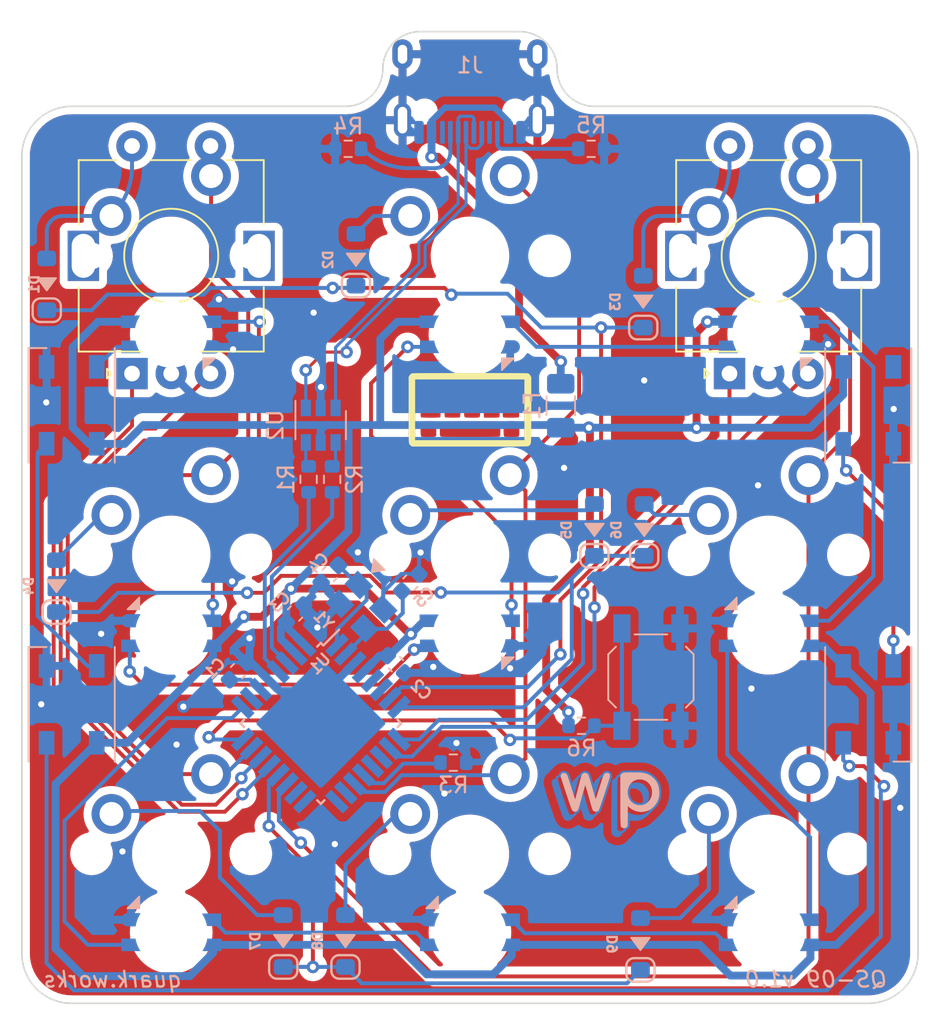
<source format=kicad_pcb>
(kicad_pcb (version 20211014) (generator pcbnew)
  (layers (0 "F.Cu" signal) (31 "B.Cu" signal) (34 "B.Paste" user) (35 "F.Paste" user) (36 "B.SilkS" user "B.Silkscreen") (37 "F.SilkS" user "F.Silkscreen") (38 "B.Mask" user) (39 "F.Mask" user) (44 "Edge.Cuts" user))
  (net 0 "")
  (net 1 "Net-(C1-Pad1)")
  (net 2 "GND")
  (net 3 "+5V")
  (net 4 "ENC_1")
  (net 5 "ROW0")
  (net 6 "Net-(D2-Pad2)")
  (net 7 "ENC_2")
  (net 8 "Net-(D4-Pad2)")
  (net 9 "ROW1")
  (net 10 "Net-(D5-Pad2)")
  (net 11 "Net-(D6-Pad2)")
  (net 12 "Net-(D7-Pad2)")
  (net 13 "ROW2")
  (net 14 "Net-(D8-Pad2)")
  (net 15 "Net-(D9-Pad2)")
  (net 16 "RGB")
  (net 17 "Net-(D11-Pad2)")
  (net 18 "Net-(D11-Pad4)")
  (net 19 "Net-(D16-Pad2)")
  (net 20 "Net-(D17-Pad2)")
  (net 21 "UNDERGLOW")
  (net 22 "Net-(D21-Pad2)")
  (net 23 "Net-(J1-PadA5)")
  (net 24 "D+")
  (net 25 "D-")
  (net 27 "Net-(J1-PadB5)")
  (net 29 "Net-(R1-Pad2)")
  (net 30 "Net-(R2-Pad1)")
  (net 31 "COL0")
  (net 32 "COL1")
  (net 33 "COL2")
  (net 34 "XTAL1")
  (net 35 "XTAL2")
  (net 44 "RESET")
  (net 46 "Net-(F1-Pad1)")
  (net 47 "UD-")
  (net 48 "UD+")
  (net 49 "ENCA1")
  (net 50 "ENCB1")
  (net 51 "ENCA2")
  (net 52 "ENCB2")
  (net 53 "Net-(D12-Pad4)")
  (net 54 "Net-(D10-Pad4)")
  (net 55 "Net-(D13-Pad4)")
  (net 56 "Net-(D15-Pad4)")
  (net 57 "Net-(D19-Pad2)")
  (net 58 "Net-(D19-Pad4)")
  (net 60 "Net-(R3-Pad1)")
  (footprint "Rotary_Encoder:RotaryEncoder_Alps_EC11E-Switch_Vertical_H20mm" (layer "F.Cu") (at 134.81875 32.9 90)
    (fp_text reference "SW5" hide)
    (fp_text value "Encoder" hide)
  )
  (footprint "Rotary_Encoder:RotaryEncoder_Alps_EC11E-Switch_Vertical_H20mm" (layer "F.Cu") (at 96.71875 32.9 90)
    (fp_text reference "SW1" hide)
    (fp_text value "Encoder" hide)
  )
  (footprint "quark-works:iso" (layer "F.Cu") (at 118.257682 35.241667)
    (fp_text reference "Ref**" hide)
    (fp_text value "Val**" hide)
  )
  (footprint "Capacitor_SMD:C_0603_1608Metric" (layer "B.Cu") (at 114.47 46.22 -135)
    (fp_text reference "C5")
    (fp_text value "22p")
  )
  (footprint "acheron_MX_SolderMask:MX100" (layer "B.Cu") (at 118.26875 25.4 180)
    (fp_text reference "SW3")
    (fp_text value "MXSwitch")
  )
  (footprint "acheron_MX_SolderMask:MX100" (layer "B.Cu") (at 118.26875 63.5 180)
    (fp_text reference "SW10")
    (fp_text value "MXSwitch")
  )
  (footprint "acheron_Components:D_SOD-123" (layer "B.Cu") (at 129.32 28.32 90)
    (fp_text reference "D3")
    (fp_text value "D_Small")
  )
  (footprint "LED_SMD:LED_WS2812B_PLCC4_5.0x5.0mm_P3.2mm" (layer "B.Cu") (at 92.86875 34.925 90)
    (fp_text reference "D21" hide)
    (fp_text value "WS2812B" hide)
  )
  (footprint "LED_SMD:LED_WS2812B_PLCC4_5.0x5.0mm_P3.2mm" (layer "B.Cu") (at 143.66875 53.975 -90)
    (fp_text reference "D19" hide)
    (fp_text value "WS2812B" hide)
  )
  (footprint "acheron_Components:SK6812MINI_3535_6028_3.2x2.8mm_Round" (layer "B.Cu") (at 118.26875 68.5 180)
    (fp_text reference "D17" hide)
    (fp_text value "SK6812MINI-E" hide)
  )
  (footprint "acheron_Components:D_SOD-123" (layer "B.Cu") (at 110.33125 69.05625 90)
    (fp_text reference "D8")
    (fp_text value "D_Small")
  )
  (footprint "LED_SMD:LED_WS2812B_PLCC4_5.0x5.0mm_P3.2mm" (layer "B.Cu") (at 143.66875 34.925 -90)
    (fp_text reference "D20" hide)
    (fp_text value "WS2812B" hide)
  )
  (footprint "Resistor_SMD:R_0603_1608Metric" (layer "B.Cu") (at 107.98 39.64 -90)
    (fp_text reference "R1")
    (fp_text value "22")
  )
  (footprint "acheron_Components:SK6812MINI_3535_6028_3.2x2.8mm_Round" (layer "B.Cu") (at 137.31875 49.45 180)
    (fp_text reference "D15" hide)
    (fp_text value "SK6812MINI-E" hide)
  )
  (footprint "acheron_Components:SK6812MINI_3535_6028_3.2x2.8mm_Round" (layer "B.Cu") (at 137.31875 30.4)
    (fp_text reference "D12" hide)
    (fp_text value "SK6812MINI-E" hide)
  )
  (footprint "acheron_MX_SolderMask:MX100" (layer "B.Cu") (at 99.21875 44.45 180)
    (fp_text reference "SW6")
    (fp_text value "MXSwitch")
  )
  (footprint "Resistor_SMD:R_0603_1608Metric" (layer "B.Cu") (at 117.21 57.69)
    (fp_text reference "R3")
    (fp_text value "10k")
  )
  (footprint "acheron_Components:D_SOD-123" (layer "B.Cu") (at 111 25.65 90)
    (fp_text reference "D2")
    (fp_text value "D_Small")
  )
  (footprint "acheron_Connectors:TYPE-C-31-M-12" (layer "B.Cu") (at 118.26875 18.25625)
    (fp_text reference "J1")
    (fp_text value "TYPE-C-31-M12_13")
  )
  (footprint "Package_QFP:TQFP-32_7x7mm_P0.8mm" (layer "B.Cu") (at 108.76 55.19 -135)
    (fp_text reference "U1")
    (fp_text value "ATmega16U2-AU")
  )
  (footprint "acheron_Components:SK6812MINI_3535_6028_3.2x2.8mm_Round" (layer "B.Cu") (at 99.21875 30.4)
    (fp_text reference "D10" hide)
    (fp_text value "SK6812MINI-E" hide)
  )
  (footprint "acheron_Components:SK6812MINI_3535_6028_3.2x2.8mm_Round" (layer "B.Cu") (at 118.26875 30.4)
    (fp_text reference "D11" hide)
    (fp_text value "SK6812MINI-E" hide)
  )
  (footprint "Resistor_SMD:R_0603_1608Metric" (layer "B.Cu") (at 109.48 39.64 90)
    (fp_text reference "R2")
    (fp_text value "22")
  )
  (footprint "Button_Switch_SMD:SW_SPST_SKQG_WithStem" (layer "B.Cu") (at 129.81 52.24 90)
    (fp_text reference "SW12" hide)
    (fp_text value "SW_Push")
  )
  (footprint "acheron_Components:SK6812MINI_3535_6028_3.2x2.8mm_Round" (layer "B.Cu") (at 99.21875 68.5 180)
    (fp_text reference "D16" hide)
    (fp_text value "SK6812MINI-E" hide)
  )
  (footprint "acheron_Components:D_SOD-123" (layer "B.Cu") (at 106.3625 69.05625 90)
    (fp_text reference "D7")
    (fp_text value "D_Small")
  )
  (footprint "Resistor_SMD:R_0603_1608Metric" (layer "B.Cu") (at 110.5 18.58077 180)
    (fp_text reference "R4")
    (fp_text value "5.1k")
  )
  (footprint "acheron_MX_SolderMask:MX100" (layer "B.Cu") (at 118.26875 44.45 180)
    (fp_text reference "SW7")
    (fp_text value "MXSwitch")
  )
  (footprint "Capacitor_SMD:C_0603_1608Metric" (layer "B.Cu") (at 109.33 45.66 -135)
    (fp_text reference "C4")
    (fp_text value "22p")
  )
  (footprint "LED_SMD:LED_WS2812B_PLCC4_5.0x5.0mm_P3.2mm" (layer "B.Cu") (at 92.86875 53.975 90)
    (fp_text reference "D22" hide)
    (fp_text value "WS2812B" hide)
  )
  (footprint "qw new logo:qw-logo-small" (layer "B.Cu") (at 127 60.325 180)
    (fp_text reference "Ref**" hide)
    (fp_text value "Val**" hide)
  )
  (footprint "acheron_Components:D_SOD-123" (layer "B.Cu") (at 129.14 69.245 90)
    (fp_text reference "D9")
    (fp_text value "D_Small")
  )
  (footprint "acheron_Components:D_SOD-123" (layer "B.Cu") (at 129.38125 42.8625 90)
    (fp_text reference "D6")
    (fp_text value "D_Small")
  )
  (footprint "acheron_MX_SolderMask:MX100" (layer "B.Cu") (at 137.31875 63.5 180)
    (fp_text reference "SW11")
    (fp_text value "MXSwitch")
  )
  (footprint "acheron_MX_SolderMask:MX100" (layer "B.Cu") (at 137.31875 25.4 180)
    (fp_text reference "SW4")
    (fp_text value "MXSwitch")
  )
  (footprint "Package_TO_SOT_SMD:SOT-23-6" (layer "B.Cu") (at 108.75 36.19 -90)
    (fp_text reference "U2")
    (fp_text value "USBLC6-2SC6")
  )
  (footprint "acheron_Components:D_SOD-123" (layer "B.Cu") (at 91.9 46.445 90)
    (fp_text reference "D4")
    (fp_text value "D_Small")
  )
  (footprint "Capacitor_SMD:C_0603_1608Metric" (layer "B.Cu") (at 113.55 51.42 -45)
    (fp_text reference "C2")
    (fp_text value ".1u")
  )
  (footprint "acheron_MX_SolderMask:MX100" (layer "B.Cu") (at 137.31875 44.45 180)
    (fp_text reference "SW8")
    (fp_text value "MXSwitch")
  )
  (footprint "acheron_Components:SK6812MINI_3535_6028_3.2x2.8mm_Round" (layer "B.Cu") (at 137.31875 68.5 180)
    (fp_text reference "D18" hide)
    (fp_text value "SK6812MINI-E" hide)
  )
  (footprint "acheron_Components:SK6812MINI_3535_6028_3.2x2.8mm_Round" (layer "B.Cu") (at 118.26875 49.45)
    (fp_text reference "D14" hide)
    (fp_text value "SK6812MINI-E" hide)
  )
  (footprint "Capacitor_SMD:C_0603_1608Metric" (layer "B.Cu") (at 107.11 48.19 45)
    (fp_text reference "C3")
    (fp_text value "10u")
  )
  (footprint "Resistor_SMD:R_0603_1608Metric" (layer "B.Cu") (at 125.38 55.34)
    (fp_text reference "R6")
    (fp_text value "10k")
  )
  (footprint "acheron_Components:D_SOD-123" (layer "B.Cu") (at 91.28125 27.215 90)
    (fp_text reference "D1")
    (fp_text value "D_Small")
  )
  (footprint "Resistor_SMD:R_0603_1608Metric" (layer "B.Cu") (at 126 18.58077)
    (fp_text reference "R5")
    (fp_text value "5.1k")
  )
  (footprint "acheron_MX_SolderMask:MX100" (layer "B.Cu") (at 99.21875 63.5 180)
    (fp_text reference "SW9")
    (fp_text value "MXSwitch")
  )
  (footprint "acheron_Components:SK6812MINI_3535_6028_3.2x2.8mm_Round" (layer "B.Cu") (at 99.21875 49.45 180)
    (fp_text reference "D13" hide)
    (fp_text value "SK6812MINI-E" hide)
  )
  (footprint "acheron_Components:Crystal_SMD_3225-4Pin_3.2x2.5mm" (layer "B.Cu") (at 111.36 47.75 -45)
    (fp_text reference "Y1")
    (fp_text value "16 MHz")
  )
  (footprint "Fuse:Fuse_1206_3216Metric" (layer "B.Cu") (at 124.06 34.95 -90)
    (fp_text reference "F1")
    (fp_text value "Fuse_Small")
  )
  (footprint "acheron_MX_SolderMask:MX100" (layer "B.Cu") (at 99.21875 25.4 180)
    (fp_text reference "SW2")
    (fp_text value "MXSwitch")
  )
  (footprint "acheron_Components:D_SOD-123" (layer "B.Cu") (at 126.20625 42.8625 90)
    (fp_text reference "D5")
    (fp_text value "D_Small")
  )
  (footprint "Capacitor_SMD:C_0603_1608Metric" (layer "B.Cu") (at 103.48 51.86 45)
    (fp_text reference "C1")
    (fp_text value "1u")
  )
  (gr_arc (start 89.69375 19.05) (mid 90.623686 16.804936) (end 92.86875 15.875) (layer "Edge.Cuts") (width 0.1))
  (gr_arc (start 143.66875 15.875) (mid 145.913814 16.804936) (end 146.84375 19.05) (layer "Edge.Cuts") (width 0.1))
  (gr_arc (start 121.44375 11.1125) (mid 123.127548 11.809952) (end 123.825 13.49375) (layer "Edge.Cuts") (width 0.1))
  (gr_arc (start 112.7125 13.49375) (mid 113.409952 11.809952) (end 115.09375 11.1125) (layer "Edge.Cuts") (width 0.1))
  (gr_line (start 89.69375 19.05) (end 89.69375 69.85) (layer "Edge.Cuts") (width 0.1))
  (gr_arc (start 126.20625 15.875) (mid 124.522452 15.177548) (end 123.825 13.49375) (layer "Edge.Cuts") (width 0.1))
  (gr_line (start 121.44375 11.1125) (end 115.09375 11.1125) (layer "Edge.Cuts") (width 0.1))
  (gr_line (start 146.84375 69.85) (end 146.84375 19.05) (layer "Edge.Cuts") (width 0.1))
  (gr_arc (start 112.7125 13.49375) (mid 112.015048 15.177548) (end 110.33125 15.875) (layer "Edge.Cuts") (width 0.1))
  (gr_arc (start 92.86875 73.025) (mid 90.623686 72.095064) (end 89.69375 69.85) (layer "Edge.Cuts") (width 0.1))
  (gr_arc (start 146.84375 69.85) (mid 145.913814 72.095064) (end 143.66875 73.025) (layer "Edge.Cuts") (width 0.1))
  (gr_line (start 126.20625 15.875) (end 143.66875 15.875) (layer "Edge.Cuts") (width 0.1))
  (gr_line (start 92.86875 73.025) (end 143.66875 73.025) (layer "Edge.Cuts") (width 0.1))
  (gr_line (start 92.86875 15.875) (end 110.33125 15.875) (layer "Edge.Cuts") (width 0.1))
  (gr_text "QS-09 v1.0" (at 145 71.5) (layer "B.SilkS") (effects (font (size 1 1) (thickness 0.15) italic) (justify left mirror)))
  (gr_text "quark.works" (at 95.5 71.5) (layer "B.SilkS") (effects (font (size 1 1) (thickness 0.15) italic) (justify mirror)))
  (segment (start 102.931992 52.408008) (end 104.280952 52.408008) (width 0.25) (layer "B.Cu") (net 1))
  (segment (start 104.280952 52.408008) (end 104.906268 53.033324) (width 0.25) (layer "B.Cu") (net 1))
  (segment (start 108.54 49.08) (end 107.86 49.76) (width 0.5) (layer "F.Cu") (net 2))
  (segment (start 107.86 49.76) (end 104.21 49.76) (width 0.5) (layer "F.Cu") (net 2))
  (segment (start 102.26 28.17) (end 103.1655 29.0755) (width 0.5) (layer "F.Cu") (net 2))
  (segment (start 103.1655 29.0755) (end 103.1655 31.36) (width 0.5) (layer "F.Cu") (net 2))
  (via (at 103.1 46.14) (size 0.8) (drill 0.4) (layers "F.Cu" "B.Cu") (net 2))
  (via (at 115.12 44.3) (size 0.8) (drill 0.4) (layers "F.Cu" "B.Cu") (net 2))
  (via (at 108.77 33.76) (size 0.8) (drill 0.4) (layers "F.Cu" "B.Cu") (net 2))
  (via (at 109.65 62.88) (size 0.8) (drill 0.4) (layers "F.Cu" "B.Cu") (net 2))
  (via (at 116.64 59.66) (size 0.8) (drill 0.4) (layers "F.Cu" "B.Cu") (net 2))
  (via (at 136.64 40.02) (size 0.8) (drill 0.4) (layers "F.Cu" "B.Cu") (net 2))
  (via (at 102.26 28.17) (size 0.8) (drill 0.4) (layers "F.Cu" "B.Cu") (net 2))
  (via (at 96.11 63.35) (size 0.8) (drill 0.4) (layers "F.Cu" "B.Cu") (net 2))
  (via (at 108.3 29.02) (size 0.8) (drill 0.4) (layers "F.Cu" "B.Cu") (net 2))
  (via (at 145.29 35.16) (size 0.8) (drill 0.4) (layers "F.Cu" "B.Cu") (net 2))
  (via (at 91.25 34.74) (size 0.8) (drill 0.4) (layers "F.Cu" "B.Cu") (net 2))
  (via (at 136.22 52.97) (size 0.8) (drill 0.4) (layers "F.Cu" "B.Cu") (net 2))
  (via (at 99.99 54.1255) (size 0.8) (drill 0.4) (layers "F.Cu" "B.Cu") (net 2))
  (via (at 124.27 38.91) (size 0.8) (drill 0.4) (layers "F.Cu" "B.Cu") (net 2))
  (via (at 141.11 31.03) (size 0.8) (drill 0.4) (layers "F.Cu" "B.Cu") (net 2))
  (via (at 90.93 53.97) (size 0.8) (drill 0.4) (layers "F.Cu" "B.Cu") (net 2))
  (via (at 145.71 60.57) (size 0.8) (drill 0.4) (layers "F.Cu" "B.Cu") (net 2))
  (via (at 108.54 49.08) (size 0.8) (drill 0.4) (layers "F.Cu" "B.Cu") (net 2))
  (via (at 117.41 56.44) (size 0.8) (drill 0.4) (layers "F.Cu" "B.Cu") (net 2))
  (via (at 104.21 49.76) (size 0.8) (drill 0.4) (layers "F.Cu" "B.Cu") (net 2))
  (via (at 120.83 51.68) (size 0.8) (drill 0.4) (layers "F.Cu" "B.Cu") (net 2))
  (via (at 111.12 44.29) (size 0.8) (drill 0.4) (layers "F.Cu" "B.Cu") (net 2))
  (via (at 99.56 56.54) (size 0.8) (drill 0.4) (layers "F.Cu" "B.Cu") (net 2))
  (via (at 103.1655 31.36) (size 0.8) (drill 0.4) (layers "F.Cu" "B.Cu") (net 2))
  (via (at 115.93 51.59) (size 0.8) (drill 0.4) (layers "F.Cu" "B.Cu") (net 2))
  (via (at 129.38125 33.3375) (size 0.8) (drill 0.4) (layers "F.Cu" "B.Cu") (net 2))
  (via (at 94.75 49.48) (size 0.8) (drill 0.4) (layers "F.Cu" "B.Cu") (net 2))
  (segment (start 122.29375 16.75625) (end 121.51875 17.53125) (width 0.25) (layer "B.Cu") (net 2))
  (segment (start 104.316306 51.311992) (end 104.028008 51.311992) (width 0.25) (layer "B.Cu") (net 2))
  (segment (start 113.887316 45.671992) (end 115.018008 45.671992) (width 0.25) (layer "B.Cu") (net 2))
  (segment (start 115.93 51.59) (end 115.551992 51.968008) (width 0.5) (layer "B.Cu") (net 2))
  (segment (start 106.134314 53.13) (end 109.122944 53.13) (width 0.5) (layer "B.Cu") (net 2))
  (segment (start 108.75 35.09) (end 108.75 33.78) (width 0.5) (layer "B.Cu") (net 2))
  (segment (start 118.035 57.065) (end 117.41 56.44) (width 0.5) (layer "B.Cu") (net 2))
  (segment (start 145.26875 35.18125) (end 145.29 35.16) (width 0.5) (layer "B.Cu") (net 2))
  (segment (start 104.21 51.205686) (end 104.21 49.76) (width 0.5) (layer "B.Cu") (net 2))
  (segment (start 122.56875 16.75625) (end 122.29375 16.75625) (width 0.25) (layer "B.Cu") (net 2))
  (segment (start 140.94 31.2) (end 141.11 31.03) (width 0.5) (layer "B.Cu") (net 2))
  (segment (start 91.26875 53.63125) (end 90.93 53.97) (width 0.5) (layer "B.Cu") (net 2))
  (segment (start 118.035 57.69) (end 118.035 57.065) (width 0.5) (layer "B.Cu") (net 2))
  (segment (start 104.607157 51.602843) (end 104.21 51.205686) (width 0.5) (layer "B.Cu") (net 2))
  (segment (start 115.018008 44.401992) (end 115.12 44.3) (width 0.25) (layer "B.Cu") (net 2))
  (segment (start 115.01875 17.53125) (end 114.74375 17.53125) (width 0.25) (layer "B.Cu") (net 2))
  (segment (start 122.56875 12.55625) (end 122.56875 17.47875) (width 0.25) (layer "B.Cu") (net 2))
  (segment (start 115.018008 45.671992) (end 115.018008 44.401992) (width 0.25) (layer "B.Cu") (net 2))
  (segment (start 107.658008 48.198008) (end 108.54 49.08) (width 0.5) (layer "B.Cu") (net 2))
  (segment (start 105.471953 52.467639) (end 104.607157 51.602843) (width 0.5) (layer "B.Cu") (net 2))
  (segment (start 91.26875 34.72125) (end 91.25 34.74) (width 0.5) (layer "B.Cu") (net 2))
  (segment (start 95.58 48.65) (end 94.75 49.48) (width 0.5) (layer "B.Cu") (net 2))
  (segment (start 91.26875 51.525) (end 91.26875 53.63125) (width 0.5) (layer "B.Cu") (net 2))
  (segment (start 115.551992 51.968008) (end 114.098008 51.968008) (width 0.5) (layer "B.Cu") (net 2))
  (segment (start 107.658008 47.641992) (end 107.658008 48.198008) (width 0.5) (layer "B.Cu") (net 2))
  (segment (start 112.738858 47.028858) (end 112.738858 45.908858) (width 0.25) (layer "B.Cu") (net 2))
  (segment (start 101.78415 31.2) (end 103.0055 31.2) (width 0.5) (layer "B.Cu") (net 2))
  (segment (start 120.83415 51.67585) (end 120.83 51.68) (width 0.5) (layer "B.Cu") (net 2))
  (segment (start 112.738858 47.028858) (end 112.738858 46.82045) (width 0.25) (layer "B.Cu") (net 2))
  (segment (start 109.122944 53.13) (end 110.916676 51.336268) (width 0.5) (layer "B.Cu") (net 2))
  (segment (start 96.65335 67.7) (end 94.55 67.7) (width 0.5) (layer "B.Cu") (net 2))
  (segment (start 102.803508 51.311992) (end 99.99 54.1255) (width 0.25) (layer "B.Cu") (net 2))
  (segment (start 104.028008 51.311992) (end 102.803508 51.311992) (width 0.25) (layer "B.Cu") (net 2))
  (segment (start 103.0055 31.2) (end 103.1655 31.36) (width 0.5) (layer "B.Cu") (net 2))
  (segment (start 96.65335 48.65) (end 95.58 48.65) (width 0.5) (layer "B.Cu") (net 2))
  (segment (start 104.607157 51.602843) (end 104.316306 51.311992) (width 0.5) (layer "B.Cu") (net 2))
  (segment (start 112.738858 47.926777) (end 112.738858 47.028858) (width 0.25) (layer "B.Cu") (net 2))
  (segment (start 145.26875 37.375) (end 145.26875 35.18125) (width 0.5) (layer "B.Cu") (net 2))
  (segment (start 108.75 33.78) (end 108.77 33.76) (width 0.5) (layer "B.Cu") (net 2))
  (segment (start 112.738858 46.82045) (end 113.887316 45.671992) (width 0.25) (layer "B.Cu") (net 2))
  (segment (start 105.471953 52.467639) (end 106.134314 53.13) (width 0.5) (layer "B.Cu") (net 2))
  (segment (start 114.74375 17.53125) (end 113.96875 16.75625) (width 0.25) (layer "B.Cu") (net 2))
  (segment (start 120.83415 50.25) (end 120.83415 51.67585) (width 0.5) (layer "B.Cu") (net 2))
  (segment (start 113.96875 16.75625) (end 113.96875 12.55625) (width 0.25) (layer "B.Cu") (net 2))
  (segment (start 139.88415 31.2) (end 140.94 31.2) (width 0.5) (layer "B.Cu") (net 2))
  (segment (start 91.26875 32.475) (end 91.26875 34.72125) (width 0.5) (layer "B.Cu") (net 2))
  (segment (start 112.738858 45.908858) (end 111.12 44.29) (width 0.25) (layer "B.Cu") (net 2))
  (segment (start 113.96875 12.55625) (end 122.56875 12.55625) (width 0.25) (layer "B.Cu") (net 2))
  (segment (start 124.55 54.46) (end 123.13 53.04) (width 0.5) (layer "F.Cu") (net 3))
  (segment (start 114.38 49.46) (end 111.52 46.6) (width 0.5) (layer "F.Cu") (net 3))
  (segment (start 125.92 44.51) (end 125.92 36.42) (width 0.5) (layer "F.Cu") (net 3))
  (segment (start 133.41 29.6) (end 132.72 30.29) (width 0.5) (layer "F.Cu") (net 3))
  (segment (start 103.84 48.4) (end 105 48.4) (width 0.5) (layer "F.Cu") (net 3))
  (segment (start 132.72 30.29) (end 132.72 36.35) (width 0.5) (layer "F.Cu") (net 3))
  (segment (start 114.38 49.46) (end 114.47 49.46) (width 0.5) (layer "F.Cu") (net 3))
  (segment (start 123.13 53.04) (end 123.13 47.3) (width 0.5) (layer "F.Cu") (net 3))
  (segment (start 106.8 46.6) (end 106.85 46.6) (width 0.5) (layer "F.Cu") (net 3))
  (segment (start 125.92 36.42) (end 125.85 36.35) (width 0.5) (layer "F.Cu") (net 3))
  (segment (start 111.52 46.6) (end 106.85 46.6) (width 0.5) (layer "F.Cu") (net 3))
  (segment (start 114.47 49.46) (end 114.504304 49.494304) (width 0.5) (layer "F.Cu") (net 3))
  (segment (start 105 48.4) (end 106.8 46.6) (width 0.5) (layer "F.Cu") (net 3))
  (segment (start 123.13 47.3) (end 125.92 44.51) (width 0.5) (layer "F.Cu") (net 3))
  (via (at 103.84 48.4) (size 0.8) (drill 0.4) (layers "F.Cu" "B.Cu") (net 3))
  (via (at 125.85 36.35) (size 0.8) (drill 0.4) (layers "F.Cu" "B.Cu") (net 3))
  (via (at 132.72 36.35) (size 0.8) (drill 0.4) (layers "F.Cu" "B.Cu") (net 3))
  (via (at 124.55 54.46) (size 0.8) (drill 0.4) (layers "F.Cu" "B.Cu") (net 3))
  (via (at 106.85 46.6) (size 0.8) (drill 0.4) (layers "F.Cu" "B.Cu") (net 3))
  (via (at 114.504304 49.494304) (size 0.8) (drill 0.4) (layers "F.Cu" "B.Cu") (net 3))
  (via (at 133.41 29.6) (size 0.8) (drill 0.4) (layers "F.Cu" "B.Cu") (net 3))
  (segment (start 97.45 36.18) (end 96.25 37.38) (width 0.5) (layer "B.Cu") (net 3))
  (segment (start 141.64 69.3) (end 139.98575 69.3) (width 0.5) (layer "B.Cu") (net 3))
  (segment (start 123.89 36.18) (end 112.55 36.18) (width 0.5) (layer "B.Cu") (net 3))
  (segment (start 108.75 36.5) (end 108.75 37.29) (width 0.5) (layer "B.Cu") (net 3))
  (segment (start 139.97 36.35) (end 142.06875 34.25125) (width 0.5) (layer "B.Cu") (net 3))
  (segment (start 106.561992 49.032194) (end 106.561992 48.738008) (width 0.5) (layer "B.Cu") (net 3))
  (segment (start 94.55 29.6) (end 92.93 31.22) (width 0.5) (layer "B.Cu") (net 3))
  (segment (start 92.93 36.33) (end 92.93 31.22) (width 0.5) (layer "B.Cu") (net 3))
  (segment (start 124.06 36.35) (end 125.85 36.35) (width 0.5) (layer "B.Cu") (net 3))
  (segment (start 124.55 54.46) (end 124.555 54.465) (width 0.5) (layer "B.Cu") (net 3))
  (segment (start 140.79375 50.25) (end 139.98575 50.25) (width 0.5) (layer "B.Cu") (net 3))
  (segment (start 110.53 42.92) (end 110.53 36.18) (width 0.5) (layer "B.Cu") (net 3))
  (segment (start 142.06875 51.525) (end 143.82 53.27625) (width 0.5) (layer "B.Cu") (net 3))
  (segment (start 132.72 36.35) (end 139.97 36.35) (width 0.5) (layer "B.Cu") (net 3))
  (segment (start 109.07 36.18) (end 97.45 36.18) (width 0.5) (layer "B.Cu") (net 3))
  (segment (start 106.21 49.811573) (end 106.21 49.09) (width 0.5) (layer "B.Cu") (net 3))
  (segment (start 115.348609 48.65) (end 114.504304 49.494304) (width 0.5) (layer "B.Cu") (net 3))
  (segment (start 115.60175 48.65) (end 115.348609 48.65) (width 0.5) (layer "B.Cu") (net 3))
  (segment (start 101.88575 69.3) (end 113.63 69.3) (width 0.5) (layer "B.Cu") (net 3))
  (segment (start 114.504304 49.494304) (end 113.860489 50.13812) (width 0.5) (layer "B.Cu") (net 3))
  (segment (start 142.06875 51.525) (end 140.79375 50.25) (width 0.5) (layer "B.Cu") (net 3))
  (segment (start 107.734695 50.204897) (end 106.561992 49.032194) (width 0.5) (layer "B.Cu") (net 3))
  (segment (start 134.87575 71.25575) (end 138.86425 71.25575) (width 0.5) (layer "B.Cu") (net 3))
  (segment (start 96.415 56.425) (end 101.88575 50.95425) (width 0.5) (layer "B.Cu") (net 3))
  (segment (start 139.98575 70.13425) (end 139.98575 69.3) (width 0.5) (layer "B.Cu") (net 3))
  (segment (start 112.512322 50.871992) (end 113.001992 50.871992) (width 0.5) (layer "B.Cu") (net 3))
  (segment (start 107.16901 50.770583) (end 106.21 49.811573) (width 0.5) (layer "B.Cu") (net 3))
  (segment (start 106.21 49.09) (end 106.561992 48.738008) (width 0.5) (layer "B.Cu") (net 3))
  (segment (start 113.64 29.6) (end 112.55 30.69) (width 0.5) (layer "B.Cu") (net 3))
  (segment (start 125.85 36.35) (end 132.72 36.35) (width 0.5) (layer "B.Cu") (net 3))
  (segment (start 119.74404 71.17596) (end 120.93575 69.98425) (width 0.5) (layer "B.Cu") (net 3))
  (segment (start 94.46875 56.425) (end 91.84327 59.05048) (width 0.5) (layer "B.Cu") (net 3))
  (segment (start 94.46875 56.425) (end 96.415 56.425) (width 0.5) (layer "B.Cu") (net 3))
  (segment (start 115.60175 29.6) (end 113.64 29.6) (width 0.5) (layer "B.Cu") (net 3))
  (segment (start 143.82 67.12) (end 141.64 69.3) (width 0.5) (layer "B.Cu") (net 3))
  (segment (start 91.84327 69.54327) (end 93.59 71.29) (width 0.5) (layer "B.Cu") (net 3))
  (segment (start 93.59 71.29) (end 100.41 71.29) (width 0.5) (layer "B.Cu") (net 3))
  (segment (start 113.128008 50.871992) (end 113.001992 50.871992) (width 0.5) (layer "B.Cu") (net 3))
  (segment (start 124.06 36.35) (end 123.89 36.18) (width 0.5) (layer "B.Cu") (net 3))
  (segment (start 124.555 54.465) (end 124.555 55.34) (width 0.5) (layer "B.Cu") (net 3))
  (segment (start 112.55 30.69) (end 112.55 36.18) (width 0.5) (layer "B.Cu") (net 3))
  (segment (start 96.25 37.38) (end 94.47375 37.38) (width 0.5) (layer "B.Cu") (net 3))
  (segment (start 132.92 69.3) (end 134.87575 71.25575) (width 0.5) (layer "B.Cu") (net 3))
  (segment (start 91.84327 59.05048) (end 91.84327 69.54327) (width 0.5) (layer "B.Cu") (net 3))
  (segment (start 94.46875 37.375) (end 93.975 37.375) (width 0.5) (layer "B.Cu") (net 3))
  (segment (start 134.65175 29.6) (end 133.41 29.6) (width 0.5) (layer "B.Cu") (net 3))
  (segment (start 111.482361 51.901953) (end 112.512322 50.871992) (width 0.5) (layer "B.Cu") (net 3))
  (segment (start 106.561992 46.888008) (end 106.85 46.6) (width 0.5) (layer "B.Cu") (net 3))
  (segment (start 115.50596 71.17596) (end 119.74404 71.17596) (width 0.5) (layer "B.Cu") (net 3))
  (segment (start 106.561992 48.738008) (end 106.561992 46.888008) (width 0.5) (layer "B.Cu") (net 3))
  (segment (start 101.99 50.25) (end 101.88575 50.25) (width 0.5) (layer "B.Cu") (net 3))
  (segment (start 100.41 71.29) (end 101.88575 69.81425) (width 0.5) (layer "B.Cu") (net 3))
  (segment (start 112.55 36.18) (end 110.53 36.18) (width 0.5) (layer "B.Cu") (net 3))
  (segment (start 143.82 53.27625) (end 143.82 67.12) (width 0.5) (layer "B.Cu") (net 3))
  (segment (start 101.88575 69.81425) (end 101.88575 69.3) (width 0.5) (layer "B.Cu") (net 3))
  (segment (start 93.975 37.375) (end 92.93 36.33) (width 0.5) (layer "B.Cu") (net 3))
  (segment (start 109.07 36.18) (end 108.75 36.5) (width 0.5) (layer "B.Cu") (net 3))
  (segment (start 120.93575 69.3) (end 132.92 69.3) (width 0.5) (layer "B.Cu") (net 3))
  (segment (start 120.93575 69.98425) (end 120.93575 69.3) (width 0.5) (layer "B.Cu") (net 3))
  (segment (start 103.84 48.4) (end 101.99 50.25) (width 0.5) (layer "B.Cu") (net 3))
  (segment (start 106.85 46.6) (end 110.53 42.92) (width 0.5) (layer "B.Cu") (net 3))
  (segment (start 94.47375 37.38) (end 94.46875 37.375) (width 0.5) (layer "B.Cu") (net 3))
  (segment (start 113.63 69.3) (end 115.50596 71.17596) (width 0.5) (layer "B.Cu") (net 3))
  (segment (start 113.860489 50.139511) (end 113.128008 50.871992) (width 0.5) (layer "B.Cu") (net 3))
  (segment (start 101.88575 50.95425) (end 101.88575 50.25) (width 0.5) (layer "B.Cu") (net 3))
  (segment (start 110.53 36.18) (end 109.07 36.18) (width 0.5) (layer "B.Cu") (net 3))
  (segment (start 142.06875 34.25125) (end 142.06875 32.475) (width 0.5) (layer "B.Cu") (net 3))
  (segment (start 96.55175 29.6) (end 94.55 29.6) (width 0.5) (layer "B.Cu") (net 3))
  (segment (start 138.86425 71.25575) (end 139.98575 70.13425) (width 0.5) (layer "B.Cu") (net 3))
  (segment (start 113.860489 50.13812) (end 113.860489 50.139511) (width 0.5) (layer "B.Cu") (net 3))
  (segment (start 92.28125 22.86) (end 95.40875 22.86) (width 0.25) (layer "B.Cu") (net 4))
  (segment (start 91.28125 25.565) (end 91.28125 23.86) (width 0.25) (layer "B.Cu") (net 4))
  (segment (start 96.71875 18.4) (end 96.71875 19.697432) (width 0.25) (layer "B.Cu") (net 4))
  (arc (start 91.28125 23.86) (mid 91.574143 23.152893) (end 92.28125 22.86) (width 0.25) (layer "B.Cu") (net 4))
  (arc (start 95.40875 22.86) (mid 96.378302 21.408981) (end 96.71875 19.697432) (width 0.25) (layer "B.Cu") (net 4))
  (segment (start 124.0355 47.3245) (end 126.63 44.73) (width 0.25) (layer "F.Cu") (net 5))
  (segment (start 117.08 27.88) (end 116.645489 27.445489) (width 0.25) (layer "F.Cu") (net 5))
  (segment (start 126.63 44.73) (end 126.63 29.97) (width 0.25) (layer "F.Cu") (net 5))
  (segment (start 116.645489 27.445489) (end 109.514511 27.445489) (width 0.25) (layer "F.Cu") (net 5))
  (segment (start 124.0355 50.787701) (end 124.0355 47.3245) (width 0.25) (layer "F.Cu") (net 5))
  (via (at 124.0355 50.787701) (size 0.8) (drill 0.4) (layers "F.Cu" "B.Cu") (net 5))
  (via (at 126.63 29.97) (size 0.8) (drill 0.4) (layers "F.Cu" "B.Cu") (net 5))
  (via (at 109.514511 27.445489) (size 0.8) (drill 0.4) (layers "F.Cu" "B.Cu") (net 5))
  (via (at 117.08 27.88) (size 0.8) (drill 0.4) (layers "F.Cu" "B.Cu") (net 5))
  (segment (start 122.82 29.97) (end 129.32 29.97) (width 0.25) (layer "B.Cu") (net 5))
  (segment (start 120.66 27.81) (end 122.82 29.97) (width 0.25) (layer "B.Cu") (net 5))
  (segment (start 117.15 27.81) (end 120.66 27.81) (width 0.25) (layer "B.Cu") (net 5))
  (segment (start 101.279897 27.869897) (end 101.704305 27.445489) (width 0.25) (layer "B.Cu") (net 5))
  (segment (start 109.514511 27.445489) (end 110.854511 27.445489) (width 0.25) (layer "B.Cu") (net 5))
  (segment (start 101.704305 27.445489) (end 109.514511 27.445489) (width 0.25) (layer "B.Cu") (net 5))
  (segment (start 91.28125 28.865) (end 94.145 28.865) (width 0.25) (layer "B.Cu") (net 5))
  (segment (start 94.145 28.865) (end 95.140103 27.869897) (width 0.25) (layer "B.Cu") (net 5))
  (segment (start 110.854511 27.445489) (end 111 27.3) (width 0.25) (layer "B.Cu") (net 5))
  (segment (start 117.08 27.88) (end 117.15 27.81) (width 0.25) (layer "B.Cu") (net 5))
  (segment (start 113.898427 52.88) (end 113.179417 53.59901) (width 0.25) (layer "B.Cu") (net 5))
  (segment (start 95.140103 27.869897) (end 101.279897 27.869897) (width 0.25) (layer "B.Cu") (net 5))
  (segment (start 124.0355 50.787701) (end 121.943201 52.88) (width 0.25) (layer "B.Cu") (net 5))
  (segment (start 121.943201 52.88) (end 113.898427 52.88) (width 0.25) (layer "B.Cu") (net 5))
  (segment (start 114.45875 22.86) (end 112.14 22.86) (width 0.25) (layer "B.Cu") (net 6))
  (segment (start 112.14 22.86) (end 111 24) (width 0.25) (layer "B.Cu") (net 6))
  (segment (start 130.349113 22.86) (end 133.50875 22.86) (width 0.25) (layer "B.Cu") (net 7))
  (segment (start 134.81875 18.4) (end 134.81875 19.697407) (width 0.25) (layer "B.Cu") (net 7))
  (segment (start 129.32 26.67) (end 129.32 23.889113) (width 0.25) (layer "B.Cu") (net 7))
  (arc (start 133.50875 22.86) (mid 134.478298 21.408979) (end 134.81875 19.697407) (width 0.25) (layer "B.Cu") (net 7))
  (arc (start 130.349113 22.86) (mid 129.62142 23.16142) (end 129.32 23.889113) (width 0.25) (layer "B.Cu") (net 7))
  (segment (start 91.9 44.795) (end 94.785 41.91) (width 0.25) (layer "B.Cu") (net 8))
  (segment (start 94.785 41.91) (end 95.40875 41.91) (width 0.25) (layer "B.Cu") (net 8))
  (segment (start 106.22 45.79) (end 105.14 46.87) (width 0.25) (layer "F.Cu") (net 9))
  (segment (start 105.14 46.87) (end 104.06 46.87) (width 0.25) (layer "F.Cu") (net 9))
  (segment (start 116.41 46.85) (end 112.96 46.85) (width 0.25) (layer "F.Cu") (net 9))
  (segment (start 112.96 46.85) (end 111.9 45.79) (width 0.25) (layer "F.Cu") (net 9))
  (segment (start 111.9 45.79) (end 106.22 45.79) (width 0.25) (layer "F.Cu") (net 9))
  (via (at 104.06 46.87) (size 0.8) (drill 0.4) (layers "F.Cu" "B.Cu") (net 9))
  (via (at 116.41 46.85) (size 0.8) (drill 0.4) (layers "F.Cu" "B.Cu") (net 9))
  (segment (start 94.595 48.095) (end 95.82 46.87) (width 0.25) (layer "B.Cu") (net 9))
  (segment (start 124.76 49.02) (end 124.76 51.09) (width 0.25) (layer "B.Cu") (net 9))
  (segment (start 124.76 51.09) (end 121.685305 54.164695) (width 0.25) (layer "B.Cu") (net 9))
  (segment (start 124.76 49.02) (end 124.76 45.95875) (width 0.25) (layer "B.Cu") (net 9))
  (segment (start 126.20625 44.5125) (end 124.834375 45.884375) (width 0.25) (layer "B.Cu") (net 9))
  (segment (start 103.98 46.87) (end 104.06 46.95) (width 0.25) (layer "B.Cu") (net 9))
  (segment (start 91.9 48.095) (end 94.595 48.095) (width 0.25) (layer "B.Cu") (net 9))
  (segment (start 121.685305 54.164695) (end 113.745103 54.164695) (width 0.25) (layer "B.Cu") (net 9))
  (segment (start 124.834375 45.884375) (end 123.86875 46.85) (width 0.25) (layer "B.Cu") (net 9))
  (segment (start 95.82 46.87) (end 103.98 46.87) (width 0.25) (layer "B.Cu") (net 9))
  (segment (start 124.76 45.95875) (end 124.834375 45.884375) (width 0.25) (layer "B.Cu") (net 9))
  (segment (start 126.20625 44.5125) (end 129.38125 44.5125) (width 0.25) (layer "B.Cu") (net 9))
  (segment (start 123.86875 46.85) (end 116.41 46.85) (width 0.25) (layer "B.Cu") (net 9))
  (segment (start 114.45875 41.91) (end 114.75875 41.61) (width 0.25) (layer "B.Cu") (net 10))
  (segment (start 114.75875 41.61) (end 125.80875 41.61) (width 0.25) (layer "B.Cu") (net 10))
  (segment (start 125.80875 41.61) (end 126.20625 41.2125) (width 0.25) (layer "B.Cu") (net 10))
  (segment (start 133.50875 41.91) (end 130.07875 41.91) (width 0.25) (layer "B.Cu") (net 11))
  (segment (start 130.07875 41.91) (end 129.38125 41.2125) (width 0.25) (layer "B.Cu") (net 11))
  (segment (start 95.40875 60.96) (end 95.59875 60.77) (width 0.25) (layer "B.Cu") (net 12))
  (segment (start 102.32 65.01) (end 104.71625 67.40625) (width 0.25) (layer "B.Cu") (net 12))
  (segment (start 101.05 60.77) (end 102.32 62.04) (width 0.25) (layer "B.Cu") (net 12))
  (segment (start 102.32 62.04) (end 102.32 65.01) (width 0.25) (layer "B.Cu") (net 12))
  (segment (start 95.59875 60.77) (end 101.05 60.77) (width 0.25) (layer "B.Cu") (net 12))
  (segment (start 104.71625 67.40625) (end 106.3625 67.40625) (width 0.25) (layer "B.Cu") (net 12))
  (segment (start 105.441977 61.776591) (end 108.25375 64.588364) (width 0.25) (layer "F.Cu") (net 13))
  (segment (start 105.441977 61.7294) (end 105.441977 61.776591) (width 0.25) (layer "F.Cu") (net 13))
  (segment (start 108.25375 70.70625) (end 108.25375 64.588364) (width 0.25) (layer "F.Cu") (net 13))
  (via (at 105.441977 61.7294) (size 0.8) (drill 0.4) (layers "F.Cu" "B.Cu") (net 13))
  (via (at 108.25375 70.70625) (size 0.8) (drill 0.4) (layers "F.Cu" "B.Cu") (net 13))
  (segment (start 110.33125 70.70625) (end 111.37548 71.75048) (width 0.25) (layer "B.Cu") (net 13))
  (segment (start 106.037639 58.478047) (end 105.441977 59.073709) (width 0.25) (layer "B.Cu") (net 13))
  (segment (start 111.37548 71.75048) (end 128.28452 71.75048) (width 0.25) (layer "B.Cu") (net 13))
  (segment (start 107.46375 70.70625) (end 110.33125 70.70625) (width 0.25) (layer "B.Cu") (net 13))
  (segment (start 105.441977 59.073709) (end 105.441977 61.7294) (width 0.25) (layer "B.Cu") (net 13))
  (segment (start 107.46375 70.70625) (end 108.25375 70.70625) (width 0.25) (layer "B.Cu") (net 13))
  (segment (start 106.3625 70.70625) (end 107.46375 70.70625) (width 0.25) (layer "B.Cu") (net 13))
  (segment (start 128.28452 71.75048) (end 129.14 70.895) (width 0.25) (layer "B.Cu") (net 13))
  (segment (start 110.33125 64.20875) (end 110.33125 67.40625) (width 0.25) (layer "B.Cu") (net 14))
  (segment (start 114.45875 60.96) (end 113.58 60.96) (width 0.25) (layer "B.Cu") (net 14))
  (segment (start 113.58 60.96) (end 110.33125 64.20875) (width 0.25) (layer "B.Cu") (net 14))
  (segment (start 131.665 67.595) (end 133.50875 65.75125) (width 0.25) (layer "B.Cu") (net 15))
  (segment (start 133.50875 65.75125) (end 133.50875 60.96) (width 0.25) (layer "B.Cu") (net 15))
  (segment (start 129.14 67.595) (end 131.665 67.595) (width 0.25) (layer "B.Cu") (net 15))
  (segment (start 103.089592 54.85) (end 103.774897 54.164695) (width 0.25) (layer "B.Cu") (net 16))
  (segment (start 96.57715 69.3) (end 93.91 69.3) (width 0.25) (layer "B.Cu") (net 16))
  (segment (start 98.96 54.85) (end 103.089592 54.85) (width 0.25) (layer "B.Cu") (net 16))
  (segment (start 92.41779 61.39221) (end 98.96 54.85) (width 0.25) (layer "B.Cu") (net 16))
  (segment (start 93.91 69.3) (end 92.41779 67.80779) (width 0.25) (layer "B.Cu") (net 16))
  (segment (start 92.41779 67.80779) (end 92.41779 61.39221) (width 0.25) (layer "B.Cu") (net 16))
  (segment (start 113.88 38.78) (end 111.96 36.86) (width 0.25) (layer "F.Cu") (net 17))
  (segment (start 111.96 36.86) (end 111.96 33.528729) (width 0.25) (layer "F.Cu") (net 17))
  (segment (start 120.92 47.64) (end 120.92 43.32) (width 0.25) (layer "F.Cu") (net 17))
  (segment (start 111.96 33.528729) (end 114.29 31.198729) (width 0.25) (layer "F.Cu") (net 17))
  (segment (start 116.38 38.78) (end 113.88 38.78) (width 0.25) (layer "F.Cu") (net 17))
  (segment (start 120.92 43.32) (end 116.38 38.78) (width 0.25) (layer "F.Cu") (net 17))
  (via (at 114.29 31.198729) (size 0.8) (drill 0.4) (layers "F.Cu" "B.Cu") (net 17))
  (via (at 120.92 47.64) (size 0.8) (drill 0.4) (layers "F.Cu" "B.Cu") (net 17))
  (segment (start 120.92 47.64) (end 120.91035 47.64965) (width 0.25) (layer "B.Cu") (net 17))
  (segment (start 114.3 31.2) (end 114.29 31.19) (width 0.25) (layer "B.Cu") (net 17))
  (segment (start 115.62715 31.2) (end 114.3 31.2) (width 0.25) (layer "B.Cu") (net 17))
  (segment (start 120.91035 47.64965) (end 120.91035 48.65) (width 0.25) (layer "B.Cu") (net 17))
  (segment (start 120.91035 29.6) (end 122.51035 31.2) (width 0.25) (layer "B.Cu") (net 18))
  (segment (start 122.51035 31.2) (end 134.67715 31.2) (width 0.25) (layer "B.Cu") (net 18))
  (segment (start 115.62715 69.3) (end 114.84715 68.52) (width 0.25) (layer "B.Cu") (net 19))
  (segment (start 114.84715 68.52) (end 102.68035 68.52) (width 0.25) (layer "B.Cu") (net 19))
  (segment (start 102.68035 68.52) (end 101.86035 67.7) (width 0.25) (layer "B.Cu") (net 19))
  (segment (start 134.67715 69.3) (end 133.93715 68.56) (width 0.25) (layer "B.Cu") (net 20))
  (segment (start 121.77035 68.56) (end 120.91035 67.7) (width 0.25) (layer "B.Cu") (net 20))
  (segment (start 133.93715 68.56) (end 121.77035 68.56) (width 0.25) (layer "B.Cu") (net 20))
  (segment (start 96.57715 31.2) (end 95.74375 31.2) (width 0.25) (layer "B.Cu") (net 21))
  (segment (start 95.74375 31.2) (end 94.46875 32.475) (width 0.25) (layer "B.Cu") (net 21))
  (segment (start 91.26875 37.375) (end 90.7 37.94375) (width 0.25) (layer "B.Cu") (net 22))
  (segment (start 93.885 51.525) (end 94.46875 51.525) (width 0.25) (layer "B.Cu") (net 22))
  (segment (start 90.7 37.94375) (end 90.7 48.34) (width 0.25) (layer "B.Cu") (net 22))
  (segment (start 90.7 48.34) (end 93.885 51.525) (width 0.25) (layer "B.Cu") (net 22))
  (segment (start 117.01875 18.814511) (end 117.01875 17.53125) (width 0.25) (layer "B.Cu") (net 23))
  (segment (start 114.384266 19.814511) (end 116.01875 19.814511) (width 0.25) (layer "B.Cu") (net 23))
  (arc (start 116.01875 19.814511) (mid 116.725857 19.521618) (end 117.01875 18.814511) (width 0.25) (layer "B.Cu") (net 23))
  (arc (start 114.384266 19.814511) (mid 112.772323 19.493876) (end 111.40577 18.58077) (width 0.25) (layer "B.Cu") (net 23))
  (segment (start 107.8 37.29) (end 107.8 38.635) (width 0.2) (layer "B.Cu") (net 24))
  (segment (start 107.8 38.635) (end 107.98 38.815) (width 0.2) (layer "B.Cu") (net 24))
  (segment (start 109.7 38.595) (end 109.48 38.815) (width 0.2) (layer "B.Cu") (net 25))
  (segment (start 109.7 37.29) (end 109.7 38.595) (width 0.2) (layer "B.Cu") (net 25))
  (segment (start 120.329539 18.58077) (end 125.09423 18.58077) (width 0.25) (layer "B.Cu") (net 27))
  (segment (start 120.01875 17.53125) (end 120.01875 17.58077) (width 0.25) (layer "B.Cu") (net 27))
  (segment (start 120.01875 17.58077) (end 120.018749 18.26998) (width 0.25) (layer "B.Cu") (net 27))
  (arc (start 120.329539 18.58077) (mid 120.109777 18.489742) (end 120.018749 18.26998) (width 0.25) (layer "B.Cu") (net 27))
  (segment (start 107.98 42.86) (end 107.98 40.465) (width 0.25) (layer "B.Cu") (net 29))
  (segment (start 105.18596 45.65404) (end 107.98 42.86) (width 0.25) (layer "B.Cu") (net 29))
  (segment (start 105.18596 51.050274) (end 105.18596 45.65404) (width 0.25) (layer "B.Cu") (net 29))
  (segment (start 106.037639 51.901953) (end 105.18596 51.050274) (width 0.25) (layer "B.Cu") (net 29))
  (segment (start 105.63548 50.368424) (end 105.63548 45.840238) (width 0.25) (layer "B.Cu") (net 30))
  (segment (start 109.48 41.995718) (end 109.48 40.465) (width 0.25) (layer "B.Cu") (net 30))
  (segment (start 105.63548 45.840238) (end 109.48 41.995718) (width 0.25) (layer "B.Cu") (net 30))
  (segment (start 106.603324 51.336268) (end 105.63548 50.368424) (width 0.25) (layer "B.Cu") (net 30))
  (segment (start 101.71875 20.28) (end 101.75875 20.32) (width 0.25) (layer "F.Cu") (net 31))
  (segment (start 101.71875 18.4) (end 101.71875 20.28) (width 0.25) (layer "F.Cu") (net 31))
  (segment (start 104.13 36.99875) (end 104.13 28.48) (width 0.25) (layer "F.Cu") (net 31))
  (segment (start 101.75875 39.37) (end 104.13 36.99875) (width 0.25) (layer "F.Cu") (net 31))
  (segment (start 101.75875 26.10875) (end 101.75875 20.32) (width 0.25) (layer "F.Cu") (net 31))
  (segment (start 104.13 28.48) (end 101.75875 26.10875) (width 0.25) (layer "F.Cu") (net 31))
  (segment (start 92.62 52.46) (end 92.62 41.59) (width 0.25) (layer "F.Cu") (net 31))
  (segment (start 101.75875 58.42) (end 98.58 58.42) (width 0.25) (layer "F.Cu") (net 31))
  (segment (start 98.58 58.42) (end 92.62 52.46) (width 0.25) (layer "F.Cu") (net 31))
  (segment (start 92.62 41.59) (end 94.84 39.37) (width 0.25) (layer "F.Cu") (net 31))
  (segment (start 94.84 39.37) (end 101.75875 39.37) (width 0.25) (layer "F.Cu") (net 31))
  (segment (start 104.340583 56.78099) (end 102.701573 58.42) (width 0.25) (layer "B.Cu") (net 31))
  (segment (start 102.701573 58.42) (end 101.75875 58.42) (width 0.25) (layer "B.Cu") (net 31))
  (segment (start 120.80875 39.37) (end 125.23 34.94875) (width 0.25) (layer "F.Cu") (net 32))
  (segment (start 125.23 34.94875) (end 125.23 24.74125) (width 0.25) (layer "F.Cu") (net 32))
  (segment (start 125.23 24.74125) (end 120.80875 20.32) (width 0.25) (layer "F.Cu") (net 32))
  (segment (start 120.80875 39.37) (end 121.81 40.37125) (width 0.25) (layer "F.Cu") (net 32))
  (segment (start 121.81 40.37125) (end 121.81 57.41875) (width 0.25) (layer "F.Cu") (net 32))
  (segment (start 121.81 57.41875) (end 120.80875 58.42) (width 0.25) (layer "F.Cu") (net 32))
  (segment (start 113.916198 58.48952) (end 120.73923 58.48952) (width 0.25) (layer "B.Cu") (net 32))
  (segment (start 112.843011 59.562707) (end 113.916198 58.48952) (width 0.25) (layer "B.Cu") (net 32))
  (segment (start 111.435651 59.562707) (end 112.843011 59.562707) (width 0.25) (layer "B.Cu") (net 32))
  (segment (start 110.916676 59.043732) (end 111.435651 59.562707) (width 0.25) (layer "B.Cu") (net 32))
  (segment (start 138.67 71.31) (end 116 71.31) (width 0.25) (layer "F.Cu") (net 33))
  (segment (start 140.4 20.86125) (end 140.4 27.64) (width 0.25) (layer "F.Cu") (net 33))
  (segment (start 140.4 27.64) (end 142.51 29.75) (width 0.25) (layer "F.Cu") (net 33))
  (segment (start 142.51 29.75) (end 142.51 36.71875) (width 0.25) (layer "F.Cu") (net 33))
  (segment (start 142.51 36.71875) (end 139.85875 39.37) (width 0.25) (layer "F.Cu") (net 33))
  (segment (start 116 71.31) (end 107.48 62.79) (width 0.25) (layer "F.Cu") (net 33))
  (segment (start 139.81875 18.4) (end 139.81875 20.28) (width 0.25) (layer "F.Cu") (net 33))
  (segment (start 139.85875 20.32) (end 140.4 20.86125) (width 0.25) (layer "F.Cu") (net 33))
  (segment (start 139.85875 70.12125) (end 138.67 71.31) (width 0.25) (layer "F.Cu") (net 33))
  (segment (start 139.81875 20.28) (end 139.85875 20.32) (width 0.25) (layer "F.Cu") (net 33))
  (segment (start 139.85875 58.42) (end 139.85875 70.12125) (width 0.25) (layer "F.Cu") (net 33))
  (segment (start 139.85875 58.42) (end 139.85875 39.37) (width 0.25) (layer "F.Cu") (net 33))
  (via (at 107.48 62.79) (size 0.8) (drill 0.4) (layers "F.Cu" "B.Cu") (net 33))
  (segment (start 106.08435 61.39435) (end 107.48 62.79) (width 0.25) (layer "B.Cu") (net 33))
  (segment (start 106.08435 59.562706) (end 106.08435 61.39435) (width 0.25) (layer "B.Cu") (net 33))
  (segment (start 106.603324 59.043732) (end 106.08435 59.562706) (width 0.25) (layer "B.Cu") (net 33))
  (segment (start 111.183223 46.371142) (end 111.137158 46.371142) (width 0.25) (layer "B.Cu") (net 34))
  (segment (start 111.678198 47.325059) (end 111.678198 46.866117) (width 0.25) (layer "B.Cu") (net 34))
  (segment (start 111.678198 46.866117) (end 111.183223 46.371142) (width 0.25) (layer "B.Cu") (net 34))
  (segment (start 109.785305 49.217952) (end 111.678198 47.325059) (width 0.25) (layer "B.Cu") (net 34))
  (segment (start 111.137158 46.371142) (end 109.878008 45.111992) (width 0.25) (layer "B.Cu") (net 34))
  (segment (start 109.785305 50.204897) (end 109.785305 49.217952) (width 0.25) (layer "B.Cu") (net 34))
  (segment (start 111.578455 49.170536) (end 112.969464 49.170536) (width 0.25) (layer "B.Cu") (net 35))
  (segment (start 110.35099 50.770583) (end 111.536777 49.584796) (width 0.25) (layer "B.Cu") (net 35))
  (segment (start 112.969464 49.170536) (end 113.98 48.16) (width 0.25) (layer "B.Cu") (net 35))
  (segment (start 113.982617 46.828633) (end 113.921992 46.768008) (width 0.25) (layer "B.Cu") (net 35))
  (segment (start 113.98 48.134527) (end 113.982617 48.13191) (width 0.25) (layer "B.Cu") (net 35))
  (segment (start 113.982617 48.13191) (end 113.982617 46.828633) (width 0.25) (layer "B.Cu") (net 35))
  (segment (start 111.536777 49.128858) (end 111.578455 49.170536) (width 0.25) (layer "B.Cu") (net 35))
  (segment (start 113.98 48.16) (end 113.98 48.134527) (width 0.25) (layer "B.Cu") (net 35))
  (segment (start 111.536777 49.584796) (end 111.536777 49.128858) (width 0.25) (layer "B.Cu") (net 35))
  (segment (start 119.58 55) (end 102.68 55) (width 0.25) (layer "F.Cu") (net 44))
  (segment (start 102.68 55) (end 101.61 56.07) (width 0.25) (layer "F.Cu") (net 44))
  (segment (start 120.82 56.24) (end 119.58 55) (width 0.25) (layer "F.Cu") (net 44))
  (via (at 101.61 56.07) (size 0.8) (drill 0.4) (layers "F.Cu" "B.Cu") (net 44))
  (via (at 120.82 56.24) (size 0.8) (drill 0.4) (layers "F.Cu" "B.Cu") (net 44))
  (segment (start 120.92048 56.13952) (end 125.40548 56.13952) (width 0.25) (layer "B.Cu") (net 44))
  (segment (start 125.40548 56.13952) (end 126.205 55.34) (width 0.25) (layer "B.Cu") (net 44))
  (segment (start 101.755305 56.215305) (end 103.774897 56.215305) (width 0.25) (layer "B.Cu") (net 44))
  (segment (start 101.61 56.07) (end 101.755305 56.215305) (width 0.25) (layer "B.Cu") (net 44))
  (segment (start 127.96 55.34) (end 126.205 55.34) (width 0.25) (layer "B.Cu") (net 44))
  (segment (start 120.82 56.24) (end 120.92048 56.13952) (width 0.25) (layer "B.Cu") (net 44))
  (segment (start 127.96 55.34) (end 127.96 49.14) (width 0.25) (layer "B.Cu") (net 44))
  (segment (start 121.4 29.480105) (end 121.4 24.26) (width 0.5) (layer "F.Cu") (net 46))
  (segment (start 124.060611 32.140716) (end 121.4 29.480105) (width 0.5) (layer "F.Cu") (net 46))
  (segment (start 121.4 24.26) (end 116.23 19.09) (width 0.5) (layer "F.Cu") (net 46))
  (segment (start 116.23 19.09) (end 115.82 19.09) (width 0.5) (layer "F.Cu") (net 46))
  (via (at 124.060611 32.140716) (size 0.8) (drill 0.4) (layers "F.Cu" "B.Cu") (net 46))
  (via (at 115.82 19.09) (size 0.8) (drill 0.4) (layers "F.Cu" "B.Cu") (net 46))
  (segment (start 119.842861 15.957211) (end 116.672789 15.957211) (width 0.4) (layer "B.Cu") (net 46))
  (segment (start 115.81875 16.81125) (end 115.81875 17.53125) (width 0.4) (layer "B.Cu") (net 46))
  (segment (start 115.81875 19.08875) (end 115.82 19.09) (width 0.5) (layer "B.Cu") (net 46))
  (segment (start 124.06 33.55) (end 124.06 32.141327) (width 0.5) (layer "B.Cu") (net 46))
  (segment (start 120.71875 17.53125) (end 120.71875 16.8331) (width 0.4) (layer "B.Cu") (net 46))
  (segment (start 124.06 32.141327) (end 124.060611 32.140716) (width 0.5) (layer "B.Cu") (net 46))
  (segment (start 120.71875 16.8331) (end 119.842861 15.957211) (width 0.4) (layer "B.Cu") (net 46))
  (segment (start 115.81875 17.53125) (end 115.81875 19.08875) (width 0.5) (layer "B.Cu") (net 46))
  (segment (start 116.672789 15.957211) (end 115.81875 16.81125) (width 0.4) (layer "B.Cu") (net 46))
  (segment (start 109.7 31.234994) (end 109.7 35.09) (width 0.2) (layer "B.Cu") (net 47))
  (segment (start 117.51875 16.63125) (end 117.64327 16.50673) (width 0.2) (layer "B.Cu") (net 47))
  (segment (start 117.51875 17.53125) (end 117.51875 16.63125) (width 0.2) (layer "B.Cu") (net 47))
  (segment (start 117.51875 22.06125) (end 115.01048 24.56952) (width 0.2) (layer "B.Cu") (net 47))
  (segment (start 115.01048 24.56952) (end 115.01048 25.924514) (width 0.2) (layer "B.Cu") (net 47))
  (segment (start 115.01048 25.924514) (end 109.7 31.234994) (width 0.2) (layer "B.Cu") (net 47))
  (segment (start 118.51875 16.63875) (end 118.51875 17.53125) (width 0.2) (layer "B.Cu") (net 47))
  (segment (start 118.38673 16.50673) (end 118.51875 16.63875) (width 0.2) (layer "B.Cu") (net 47))
  (segment (start 117.64327 16.50673) (end 118.38673 16.50673) (width 0.2) (layer "B.Cu") (net 47))
  (segment (start 117.51875 17.53125) (end 117.51875 22.06125) (width 0.2) (layer "B.Cu") (net 47))
  (segment (start 108.957881 31.532119) (end 110.3995 31.532119) (width 0.2) (layer "F.Cu") (net 48))
  (segment (start 107.8 32.69) (end 108.957881 31.532119) (width 0.2) (layer "F.Cu") (net 48))
  (via (at 107.8 32.69) (size 0.8) (drill 0.4) (layers "F.Cu" "B.Cu") (net 48))
  (via (at 110.3995 31.532119) (size 0.8) (drill 0.4) (layers "F.Cu" "B.Cu") (net 48))
  (segment (start 107.8 32.74) (end 107.85 32.69) (width 0.2) (layer "B.Cu") (net 48))
  (segment (start 118.01475 18.28398) (end 118.01475 17.53125) (width 0.2) (layer "B.Cu") (net 48))
  (segment (start 110.3995 31.532119) (end 110.3995 31.1005) (width 0.2) (layer "B.Cu") (net 48))
  (segment (start 115.41 24.735006) (end 115.41 26.09) (width 0.2) (layer "B.Cu") (net 48))
  (segment (start 119.01875 18.28798) (end 118.75096 18.55577) (width 0.2) (layer "B.Cu") (net 48))
  (segment (start 118.01475 22.130256) (end 115.41 24.735006) (width 0.2) (layer "B.Cu") (net 48))
  (segment (start 118.28654 18.55577) (end 118.01475 18.28398) (width 0.2) (layer "B.Cu") (net 48))
  (segment (start 119.01875 17.53125) (end 119.01875 18.28798) (width 0.2) (layer "B.Cu") (net 48))
  (segment (start 118.01475 17.53125) (end 118.01475 22.130256) (width 0.2) (layer "B.Cu") (net 48))
  (segment (start 118.75096 18.55577) (end 118.28654 18.55577) (width 0.2) (layer "B.Cu") (net 48))
  (segment (start 110.3995 31.1005) (end 115.41 26.09) (width 0.2) (layer "B.Cu") (net 48))
  (segment (start 107.8 35.09) (end 107.8 32.74) (width 0.2) (layer "B.Cu") (net 48))
  (segment (start 99.708085 60.81952) (end 91.72096 52.832396) (width 0.25) (layer "F.Cu") (net 49))
  (segment (start 103.759164 59.699164) (end 102.638808 60.81952) (width 0.25) (layer "F.Cu") (net 49))
  (segment (start 102.638808 60.81952) (end 99.708085 60.81952) (width 0.25) (layer "F.Cu") (net 49))
  (segment (start 91.72096 41.217605) (end 96.71875 36.219814) (width 0.25) (layer "F.Cu") (net 49))
  (segment (start 96.71875 36.219814) (end 96.71875 32.9) (width 0.25) (layer "F.Cu") (net 49))
  (segment (start 91.72096 52.832396) (end 91.72096 41.217605) (width 0.25) (layer "F.Cu") (net 49))
  (via (at 103.759164 59.699164) (size 0.8) (drill 0.4) (layers "F.Cu" "B.Cu") (net 49))
  (segment (start 103.759164 59.699164) (end 105.471953 57.986375) (width 0.25) (layer "B.Cu") (net 49))
  (segment (start 105.471953 57.986375) (end 105.471953 57.912361) (width 0.25) (layer "B.Cu") (net 49))
  (segment (start 103.689935 58.743795) (end 102.06373 60.37) (width 0.25) (layer "F.Cu") (net 50))
  (segment (start 92.17048 41.403802) (end 97.16827 36.406011) (width 0.25) (layer "F.Cu") (net 50))
  (segment (start 103.689935 58.670794) (end 103.689935 58.743795) (width 0.25) (layer "F.Cu") (net 50))
  (segment (start 92.17048 52.646198) (end 92.17048 41.403802) (width 0.25) (layer "F.Cu") (net 50))
  (segment (start 102.06373 60.37) (end 99.894282 60.37) (width 0.25) (layer "F.Cu") (net 50))
  (segment (start 98.212739 36.406011) (end 101.71875 32.9) (width 0.25) (layer "F.Cu") (net 50))
  (segment (start 99.894282 60.37) (end 92.17048 52.646198) (width 0.25) (layer "F.Cu") (net 50))
  (segment (start 97.16827 36.406011) (end 98.212739 36.406011) (width 0.25) (layer "F.Cu") (net 50))
  (via (at 103.689935 58.670794) (size 0.8) (drill 0.4) (layers "F.Cu" "B.Cu") (net 50))
  (segment (start 103.689935 58.670794) (end 103.689935 58.563009) (width 0.25) (layer "B.Cu") (net 50))
  (segment (start 103.689935 58.563009) (end 104.906268 57.346676) (width 0.25) (layer "B.Cu") (net 50))
  (segment (start 134.81875 37.176968) (end 134.81875 32.9) (width 0.25) (layer "F.Cu") (net 51))
  (segment (start 125.4845 46.927299) (end 125.4845 46.511218) (width 0.25) (layer "F.Cu") (net 51))
  (segment (start 125.4845 46.511218) (end 134.81875 37.176968) (width 0.25) (layer "F.Cu") (net 51))
  (via (at 125.4845 46.927299) (size 0.8) (drill 0.4) (layers "F.Cu" "B.Cu") (net 51))
  (segment (start 116.284283 54.96) (end 115.028977 56.215305) (width 0.25) (layer "B.Cu") (net 51))
  (segment (start 121.879212 54.96) (end 116.284283 54.96) (width 0.25) (layer "B.Cu") (net 51))
  (segment (start 125.4845 46.927299) (end 125.4845 51.354712) (width 0.25) (layer "B.Cu") (net 51))
  (segment (start 125.4845 51.354712) (end 121.879212 54.96) (width 0.25) (layer "B.Cu") (net 51))
  (segment (start 115.028977 56.215305) (end 113.745103 56.215305) (width 0.25) (layer "B.Cu") (net 51))
  (segment (start 139.81875 32.9) (end 126.209 46.50975) (width 0.25) (layer "F.Cu") (net 52))
  (segment (start 126.209 46.50975) (end 126.209 47.801976) (width 0.25) (layer "F.Cu") (net 52))
  (via (at 126.209 47.801976) (size 0.8) (drill 0.4) (layers "F.Cu" "B.Cu") (net 52))
  (segment (start 113.698392 57.299965) (end 113.179417 56.78099) (width 0.25) (layer "B.Cu") (net 52))
  (segment (start 122.54048 55.40952) (end 116.47048 55.40952) (width 0.25) (layer "B.Cu") (net 52))
  (segment (start 126.209 51.741) (end 126.209 47.801976) (width 0.25) (layer "B.Cu") (net 52))
  (segment (start 114.580035 57.299965) (end 113.698392 57.299965) (width 0.25) (layer "B.Cu") (net 52))
  (segment (start 116.47048 55.40952) (end 114.580035 57.299965) (width 0.25) (layer "B.Cu") (net 52))
  (segment (start 126.209 51.741) (end 122.54048 55.40952) (width 0.25) (layer "B.Cu") (net 52))
  (segment (start 144 45.81) (end 141.16 48.65) (width 0.25) (layer "B.Cu") (net 53))
  (segment (start 141.092772 29.6) (end 144 32.507228) (width 0.25) (layer "B.Cu") (net 53))
  (segment (start 144 32.507228) (end 144 45.81) (width 0.25) (layer "B.Cu") (net 53))
  (segment (start 139.96035 29.6) (end 141.092772 29.6) (width 0.25) (layer "B.Cu") (net 53))
  (segment (start 141.16 48.65) (end 139.96035 48.65) (width 0.25) (layer "B.Cu") (net 53))
  (segment (start 104.81 29.6445) (end 104.81 32.61) (width 0.25) (layer "F.Cu") (net 54))
  (segment (start 104.8545 29.6) (end 104.81 29.6445) (width 0.25) (layer "F.Cu") (net 54))
  (segment (start 104.81 40.13) (end 104.81 32.61) (width 0.25) (layer "F.Cu") (net 54))
  (segment (start 101.87 47.62) (end 101.87 43.07) (width 0.25) (layer "F.Cu") (net 54))
  (segment (start 101.87 43.07) (end 104.81 40.13) (width 0.25) (layer "F.Cu") (net 54))
  (via (at 101.87 47.62) (size 0.8) (drill 0.4) (layers "F.Cu" "B.Cu") (net 54))
  (via (at 104.8545 29.6) (size 0.8) (drill 0.4) (layers "F.Cu" "B.Cu") (net 54))
  (segment (start 102.56 29.6) (end 101.86035 29.6) (width 0.25) (layer "B.Cu") (net 54))
  (segment (start 101.86035 47.62965) (end 101.86035 48.65) (width 0.25) (layer "B.Cu") (net 54))
  (segment (start 101.87 47.62) (end 101.86035 47.62965) (width 0.25) (layer "B.Cu") (net 54))
  (segment (start 102.56 29.6) (end 104.8545 29.6) (width 0.25) (layer "B.Cu") (net 54))
  (segment (start 112.48 52.72) (end 97.41 52.72) (width 0.25) (layer "F.Cu") (net 55))
  (segment (start 97.41 52.72) (end 96.57 51.88) (width 0.25) (layer "F.Cu") (net 55))
  (segment (start 114.71 50.49) (end 112.48 52.72) (width 0.25) (layer "F.Cu") (net 55))
  (via (at 114.71 50.49) (size 0.8) (drill 0.4) (layers "F.Cu" "B.Cu") (net 55))
  (via (at 96.57 51.88) (size 0.8) (drill 0.4) (layers "F.Cu" "B.Cu") (net 55))
  (segment (start 115.62715 50.25) (end 114.95 50.25) (width 0.25) (layer "B.Cu") (net 55))
  (segment (start 96.57715 50.25) (end 96.57715 51.87285) (width 0.25) (layer "B.Cu") (net 55))
  (segment (start 114.95 50.25) (end 114.71 50.49) (width 0.25) (layer "B.Cu") (net 55))
  (segment (start 134.67715 57.16715) (end 139.96035 62.45035) (width 0.25) (layer "B.Cu") (net 56))
  (segment (start 139.96035 62.45035) (end 139.96035 67.7) (width 0.25) (layer "B.Cu") (net 56))
  (segment (start 134.67715 50.25) (end 134.67715 57.16715) (width 0.25) (layer "B.Cu") (net 56))
  (segment (start 142.26 39.07) (end 145.27 42.08) (width 0.25) (layer "F.Cu") (net 57))
  (segment (start 145.27 42.08) (end 145.27 49.91) (width 0.25) (layer "F.Cu") (net 57))
  (via (at 142.26 39.07) (size 0.8) (drill 0.4) (layers "F.Cu" "B.Cu") (net 57))
  (via (at 145.27 49.91) (size 0.8) (drill 0.4) (layers "F.Cu" "B.Cu") (net 57))
  (segment (start 142.06875 38.87875) (end 142.26 39.07) (width 0.25) (layer "B.Cu") (net 57))
  (segment (start 145.27 49.91) (end 145.27 51.52375) (width 0.25) (layer "B.Cu") (net 57))
  (segment (start 145.27 51.52375) (end 145.26875 51.525) (width 0.25) (layer "B.Cu") (net 57))
  (segment (start 142.06875 37.375) (end 142.06875 38.87875) (width 0.25) (layer "B.Cu") (net 57))
  (segment (start 142.46 57.91) (end 143.3895 57.91) (width 0.25) (layer "F.Cu") (net 58))
  (segment (start 143.3895 57.91) (end 144.6695 59.19) (width 0.25) (layer "F.Cu") (net 58))
  (via (at 142.46 57.91) (size 0.8) (drill 0.4) (layers "F.Cu" "B.Cu") (net 58))
  (via (at 144.6695 59.19) (size 0.8) (drill 0.4) (layers "F.Cu" "B.Cu") (net 58))
  (segment (start 143.93 69.29) (end 144.47 68.75) (width 0.25) (layer "B.Cu") (net 58))
  (segment (start 141.02 72.2) (end 143.93 69.29) (width 0.25) (layer "B.Cu") (net 58))
  (segment (start 91.26875 70.45875) (end 93.01 72.2) (width 0.25) (layer "B.Cu") (net 58))
  (segment (start 144.47 68.75) (end 144.47 59.3895) (width 0.25) (layer "B.Cu") (net 58))
  (segment (start 142.06875 57.51875) (end 142.46 57.91) (width 0.25) (layer "B.Cu") (net 58))
  (segment (start 144.47 59.3895) (end 144.6695 59.19) (width 0.25) (layer "B.Cu") (net 58))
  (segment (start 142.06875 56.425) (end 142.06875 57.51875) (width 0.25) (layer "B.Cu") (net 58))
  (segment (start 93.01 72.2) (end 141.02 72.2) (width 0.25) (layer "B.Cu") (net 58))
  (segment (start 91.26875 56.425) (end 91.26875 70.45875) (width 0.25) (layer "B.Cu") (net 58))
  (segment (start 112.772979 58.997021) (end 114.020515 57.749485) (width 0.25) (layer "B.Cu") (net 60))
  (segment (start 116.325515 57.749485) (end 116.385 57.69) (width 0.25) (layer "B.Cu") (net 60))
  (segment (start 112.001335 58.997021) (end 112.772979 58.997021) (width 0.25) (layer "B.Cu") (net 60))
  (segment (start 111.482361 58.478047) (end 112.001335 58.997021) (width 0.25) (layer "B.Cu") (net 60))
  (segment (start 114.020515 57.749485) (end 116.325515 57.749485) (width 0.25) (layer "B.Cu") (net 60))
  (zone (net 2) (net_name "GND") (layers F&B.Cu) (connect_pads (clearance 0.508)) (min_thickness 0.254) (fill yes (thermal_gap 0.508) (thermal_bridge_width 0.508))
    (polygon (pts (xy 148.26 74.34) (xy 88.3 74.34) (xy 88.3 9.1) (xy 148.26 9.1)))
  )
)
</source>
